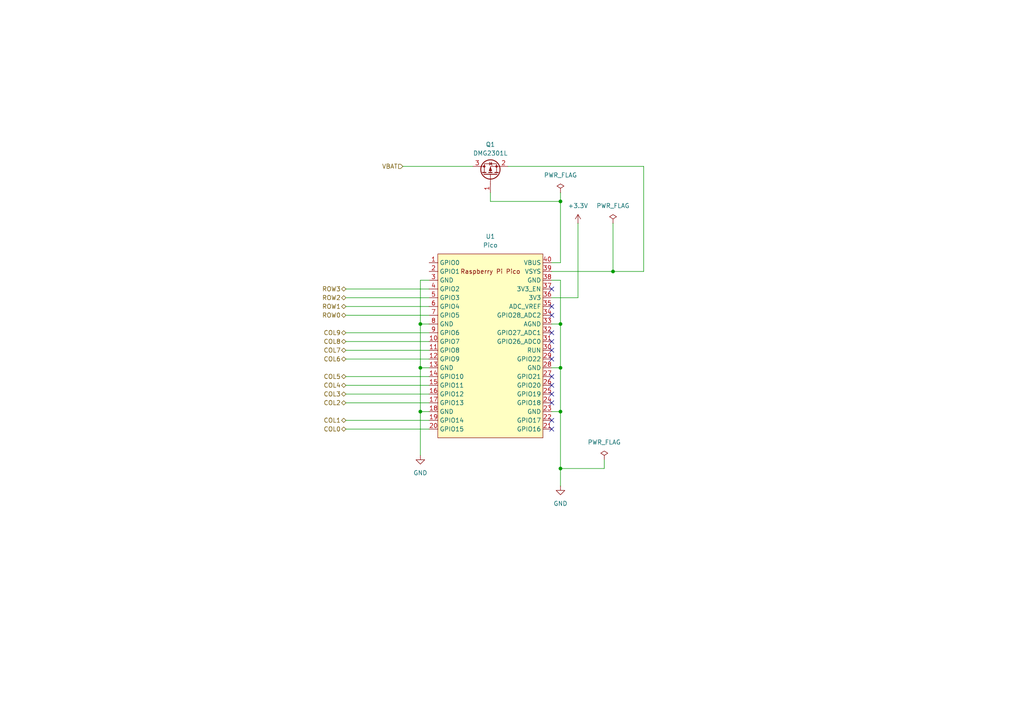
<source format=kicad_sch>
(kicad_sch (version 20250114) (generator "eeschema") (generator_version "9.0")
  (paper "A4")
  (lib_symbols
    (symbol "Transistor_FET:DMG2301L" (pin_names (hide yes))
      (property "Reference" "Q" (at 5.08 1.905 0))
      (property "Value" "DMG2301L" (at 5.08 0 0))
      (symbol "DMG2301L_0_1"
        (polyline (pts (xy 0.254 1.905) (xy 0.254 -1.905)) (stroke (width 0.254)))
        (polyline (pts (xy 0.254 0) (xy -2.54 0)))
        (polyline (pts (xy 0.762 2.286) (xy 0.762 1.27)) (stroke (width 0.254)))
        (polyline (pts (xy 0.762 1.778) (xy 3.302 1.778) (xy 3.302 -1.778) (xy 0.762 -1.778)))
        (polyline (pts (xy 0.762 0.508) (xy 0.762 -0.508)) (stroke (width 0.254)))
        (polyline (pts (xy 0.762 -1.27) (xy 0.762 -2.286)) (stroke (width 0.254)))
        (circle (center 1.651 0) (radius 2.794) (stroke (width 0.254)))
        (polyline (pts (xy 2.286 0) (xy 1.27 0.381) (xy 1.27 -0.381) (xy 2.286 0)) (fill (type outline)))
        (polyline (pts (xy 2.54 2.54) (xy 2.54 1.778)))
        (circle (center 2.54 1.778) (radius 0.254) (fill (type outline)))
        (circle (center 2.54 -1.778) (radius 0.254) (fill (type outline)))
        (polyline (pts (xy 2.54 -2.54) (xy 2.54 0) (xy 0.762 0)))
        (polyline (pts (xy 2.794 -0.508) (xy 2.921 -0.381) (xy 3.683 -0.381) (xy 3.81 -0.254)))
        (polyline (pts (xy 3.302 -0.381) (xy 2.921 0.254) (xy 3.683 0.254) (xy 3.302 -0.381)))
      )
      (symbol "DMG2301L_1_1"
        (pin input line (at -5.08 0 0) (length 2.54) (name "G") (number "1"))
        (pin passive line (at 2.54 5.08 270) (length 2.54) (name "D") (number "3"))
        (pin passive line (at 2.54 -5.08 90) (length 2.54) (name "S") (number "2"))
      )
    )
    (symbol "my_pico:my_pico_no_dbg"
      (property "Reference" "U" (at -13.97 27.94 0))
      (property "Value" "Pico" (at 0 19.05 0))
      (symbol "my_pico_no_dbg_0_0"
        (text "Raspberry Pi Pico" (at 0 21.59 0) (effects (font (size 1.27 1.27))))
      )
      (symbol "my_pico_no_dbg_0_1"
        (rectangle (start -15.24 26.67) (end 15.24 -26.67) (fill (type background)))
      )
      (symbol "my_pico_no_dbg_1_1"
        (pin bidirectional line (at -17.78 24.13 0) (length 2.54) (name "GPIO0") (number "1"))
        (pin bidirectional line (at -17.78 21.59 0) (length 2.54) (name "GPIO1") (number "2"))
        (pin power_in line (at -17.78 19.05 0) (length 2.54) (name "GND") (number "3"))
        (pin bidirectional line (at -17.78 16.51 0) (length 2.54) (name "GPIO2") (number "4"))
        (pin bidirectional line (at -17.78 13.97 0) (length 2.54) (name "GPIO3") (number "5"))
        (pin bidirectional line (at -17.78 11.43 0) (length 2.54) (name "GPIO4") (number "6"))
        (pin bidirectional line (at -17.78 8.89 0) (length 2.54) (name "GPIO5") (number "7"))
        (pin power_in line (at -17.78 6.35 0) (length 2.54) (name "GND") (number "8"))
        (pin bidirectional line (at -17.78 3.81 0) (length 2.54) (name "GPIO6") (number "9"))
        (pin bidirectional line (at -17.78 1.27 0) (length 2.54) (name "GPIO7") (number "10"))
        (pin bidirectional line (at -17.78 -1.27 0) (length 2.54) (name "GPIO8") (number "11"))
        (pin bidirectional line (at -17.78 -3.81 0) (length 2.54) (name "GPIO9") (number "12"))
        (pin power_in line (at -17.78 -6.35 0) (length 2.54) (name "GND") (number "13"))
        (pin bidirectional line (at -17.78 -8.89 0) (length 2.54) (name "GPIO10") (number "14"))
        (pin bidirectional line (at -17.78 -11.43 0) (length 2.54) (name "GPIO11") (number "15"))
        (pin bidirectional line (at -17.78 -13.97 0) (length 2.54) (name "GPIO12") (number "16"))
        (pin bidirectional line (at -17.78 -16.51 0) (length 2.54) (name "GPIO13") (number "17"))
        (pin power_in line (at -17.78 -19.05 0) (length 2.54) (name "GND") (number "18"))
        (pin bidirectional line (at -17.78 -21.59 0) (length 2.54) (name "GPIO14") (number "19"))
        (pin bidirectional line (at -17.78 -24.13 0) (length 2.54) (name "GPIO15") (number "20"))
        (pin power_in line (at 17.78 24.13 180) (length 2.54) (name "VBUS") (number "40"))
        (pin power_in line (at 17.78 21.59 180) (length 2.54) (name "VSYS") (number "39"))
        (pin power_in line (at 17.78 19.05 180) (length 2.54) (name "GND") (number "38"))
        (pin input line (at 17.78 16.51 180) (length 2.54) (name "3V3_EN") (number "37"))
        (pin power_out line (at 17.78 13.97 180) (length 2.54) (name "3V3") (number "36"))
        (pin power_in line (at 17.78 11.43 180) (length 2.54) (name "ADC_VREF") (number "35"))
        (pin bidirectional line (at 17.78 8.89 180) (length 2.54) (name "GPIO28_ADC2") (number "34"))
        (pin power_in line (at 17.78 6.35 180) (length 2.54) (name "AGND") (number "33"))
        (pin bidirectional line (at 17.78 3.81 180) (length 2.54) (name "GPIO27_ADC1") (number "32"))
        (pin bidirectional line (at 17.78 1.27 180) (length 2.54) (name "GPIO26_ADC0") (number "31"))
        (pin input line (at 17.78 -1.27 180) (length 2.54) (name "RUN") (number "30"))
        (pin bidirectional line (at 17.78 -3.81 180) (length 2.54) (name "GPIO22") (number "29"))
        (pin power_in line (at 17.78 -6.35 180) (length 2.54) (name "GND") (number "28"))
        (pin bidirectional line (at 17.78 -8.89 180) (length 2.54) (name "GPIO21") (number "27"))
        (pin bidirectional line (at 17.78 -11.43 180) (length 2.54) (name "GPIO20") (number "26"))
        (pin bidirectional line (at 17.78 -13.97 180) (length 2.54) (name "GPIO19") (number "25"))
        (pin bidirectional line (at 17.78 -16.51 180) (length 2.54) (name "GPIO18") (number "24"))
        (pin power_in line (at 17.78 -19.05 180) (length 2.54) (name "GND") (number "23"))
        (pin bidirectional line (at 17.78 -21.59 180) (length 2.54) (name "GPIO17") (number "22"))
        (pin bidirectional line (at 17.78 -24.13 180) (length 2.54) (name "GPIO16") (number "21"))
      )
    )
    (symbol "power:+3.3V" (power) (pin_numbers (hide yes)) (pin_names (offset 0) (hide yes))
      (property "Value" "+3.3V" (at 0 3.556 0))
      (symbol "+3.3V_0_1"
        (polyline (pts (xy -0.762 1.27) (xy 0 2.54)))
        (polyline (pts (xy 0 2.54) (xy 0.762 1.27)))
        (polyline (pts (xy 0 0) (xy 0 2.54)))
      )
      (symbol "+3.3V_1_1"
        (pin power_in line (at 0 0 90) (length 0) (name "~") (number "1"))
      )
    )
    (symbol "power:GND" (power) (pin_numbers (hide yes)) (pin_names (offset 0) (hide yes))
      (property "Value" "GND" (at 0 -3.81 0))
      (symbol "GND_0_1"
        (polyline (pts (xy 0 0) (xy 0 -1.27) (xy 1.27 -1.27) (xy 0 -2.54) (xy -1.27 -1.27) (xy 0 -1.27)))
      )
      (symbol "GND_1_1"
        (pin power_in line (at 0 0 270) (length 0) (name "~") (number "1"))
      )
    )
    (symbol "power:PWR_FLAG" (power) (pin_numbers (hide yes)) (pin_names (offset 0) (hide yes))
      (property "Value" "PWR_FLAG" (at 0 3.81 0))
      (symbol "PWR_FLAG_0_0"
        (pin power_out line (at 0 0 90) (length 0) (name "~") (number "1"))
      )
      (symbol "PWR_FLAG_0_1"
        (polyline (pts (xy 0 0) (xy 0 1.27) (xy -1.016 1.905) (xy 0 2.54) (xy 1.016 1.905) (xy 0 1.27)))
      )
    )
  )
  (junction (at 121.92 119.38))
  (junction (at 162.56 119.38))
  (junction (at 121.92 93.98))
  (junction (at 177.8 78.74))
  (junction (at 121.92 106.68))
  (junction (at 162.56 106.68))
  (junction (at 162.56 93.98))
  (junction (at 162.56 58.42))
  (junction (at 162.56 135.89))
  (no_connect (at 160.02 96.52))
  (no_connect (at 160.02 104.14))
  (no_connect (at 160.02 111.76))
  (no_connect (at 160.02 91.44))
  (no_connect (at 160.02 88.9))
  (no_connect (at 160.02 99.06))
  (no_connect (at 160.02 114.3))
  (no_connect (at 160.02 124.46))
  (no_connect (at 160.02 116.84))
  (no_connect (at 160.02 101.6))
  (no_connect (at 160.02 121.92))
  (no_connect (at 160.02 109.22))
  (no_connect (at 160.02 83.82))
  (wire (pts (xy 100.33 96.52) (xy 124.46 96.52)))
  (wire (pts (xy 162.56 81.28) (xy 162.56 93.98)))
  (wire (pts (xy 160.02 86.36) (xy 167.64 86.36)))
  (wire (pts (xy 121.92 119.38) (xy 124.46 119.38)))
  (wire (pts (xy 121.92 93.98) (xy 124.46 93.98)))
  (wire (pts (xy 162.56 119.38) (xy 162.56 135.89)))
  (wire (pts (xy 100.33 111.76) (xy 124.46 111.76)))
  (wire (pts (xy 100.33 88.9) (xy 124.46 88.9)))
  (wire (pts (xy 100.33 124.46) (xy 124.46 124.46)))
  (wire (pts (xy 177.8 64.77) (xy 177.8 78.74)))
  (wire (pts (xy 162.56 135.89) (xy 175.26 135.89)))
  (wire (pts (xy 147.32 48.26) (xy 186.69 48.26)))
  (wire (pts (xy 162.56 135.89) (xy 162.56 140.97)))
  (wire (pts (xy 100.33 109.22) (xy 124.46 109.22)))
  (wire (pts (xy 116.84 48.26) (xy 137.16 48.26)))
  (wire (pts (xy 160.02 81.28) (xy 162.56 81.28)))
  (wire (pts (xy 121.92 81.28) (xy 124.46 81.28)))
  (wire (pts (xy 121.92 106.68) (xy 121.92 119.38)))
  (wire (pts (xy 160.02 78.74) (xy 177.8 78.74)))
  (wire (pts (xy 177.8 78.74) (xy 186.69 78.74)))
  (wire (pts (xy 121.92 119.38) (xy 121.92 132.08)))
  (wire (pts (xy 100.33 104.14) (xy 124.46 104.14)))
  (wire (pts (xy 175.26 133.35) (xy 175.26 135.89)))
  (wire (pts (xy 100.33 91.44) (xy 124.46 91.44)))
  (wire (pts (xy 100.33 86.36) (xy 124.46 86.36)))
  (wire (pts (xy 142.24 58.42) (xy 142.24 55.88)))
  (wire (pts (xy 121.92 93.98) (xy 121.92 106.68)))
  (wire (pts (xy 100.33 99.06) (xy 124.46 99.06)))
  (wire (pts (xy 100.33 83.82) (xy 124.46 83.82)))
  (wire (pts (xy 162.56 93.98) (xy 162.56 106.68)))
  (wire (pts (xy 160.02 76.2) (xy 162.56 76.2)))
  (wire (pts (xy 121.92 106.68) (xy 124.46 106.68)))
  (wire (pts (xy 160.02 93.98) (xy 162.56 93.98)))
  (wire (pts (xy 160.02 106.68) (xy 162.56 106.68)))
  (wire (pts (xy 100.33 101.6) (xy 124.46 101.6)))
  (wire (pts (xy 162.56 55.88) (xy 162.56 58.42)))
  (wire (pts (xy 186.69 48.26) (xy 186.69 78.74)))
  (wire (pts (xy 162.56 58.42) (xy 142.24 58.42)))
  (wire (pts (xy 162.56 76.2) (xy 162.56 58.42)))
  (wire (pts (xy 162.56 106.68) (xy 162.56 119.38)))
  (wire (pts (xy 100.33 116.84) (xy 124.46 116.84)))
  (wire (pts (xy 100.33 114.3) (xy 124.46 114.3)))
  (wire (pts (xy 100.33 121.92) (xy 124.46 121.92)))
  (wire (pts (xy 160.02 119.38) (xy 162.56 119.38)))
  (wire (pts (xy 121.92 81.28) (xy 121.92 93.98)))
  (wire (pts (xy 167.64 64.77) (xy 167.64 86.36)))
  (hierarchical_label "COL2" (shape bidirectional) (at 100.33 116.84 180))
  (hierarchical_label "COL6" (shape bidirectional) (at 100.33 104.14 180))
  (hierarchical_label "COL8" (shape bidirectional) (at 100.33 99.06 180))
  (hierarchical_label "ROW2" (shape bidirectional) (at 100.33 86.36 180))
  (hierarchical_label "COL5" (shape bidirectional) (at 100.33 109.22 180))
  (hierarchical_label "COL3" (shape bidirectional) (at 100.33 114.3 180))
  (hierarchical_label "COL0" (shape bidirectional) (at 100.33 124.46 180))
  (hierarchical_label "COL9" (shape bidirectional) (at 100.33 96.52 180))
  (hierarchical_label "COL7" (shape bidirectional) (at 100.33 101.6 180))
  (hierarchical_label "COL1" (shape bidirectional) (at 100.33 121.92 180))
  (hierarchical_label "VBAT" (shape input) (at 116.84 48.26 180))
  (hierarchical_label "ROW3" (shape bidirectional) (at 100.33 83.82 180))
  (hierarchical_label "ROW1" (shape bidirectional) (at 100.33 88.9 180))
  (hierarchical_label "ROW0" (shape bidirectional) (at 100.33 91.44 180))
  (hierarchical_label "COL4" (shape bidirectional) (at 100.33 111.76 180))
  (symbol (lib_id "power:GND") (at 121.92 132.08 0) (unit 1)
    (property "Reference" "#PWR07" (effects (hide yes)))
    (property "Value" "GND" (at 121.92 137.16 0))
    (property "Description" "Power symbol creates a global label with name \"GND\" , ground" (effects (hide yes)))
  )
  (symbol (lib_id "power:GND") (at 162.56 140.97 0) (unit 1)
    (property "Reference" "#PWR09" (effects (hide yes)))
    (property "Value" "GND" (at 162.56 146.05 0))
    (property "Description" "Power symbol creates a global label with name \"GND\" , ground" (effects (hide yes)))
  )
  (symbol (lib_id "power:+3.3V") (at 167.64 64.77 0) (unit 1)
    (property "Reference" "#PWR05" (effects (hide yes)))
    (property "Value" "+3.3V" (at 167.64 59.69 0))
    (property "Description" "Power symbol creates a global label with name \"+3.3V\"" (effects (hide yes)))
  )
  (symbol (lib_id "my_pico:my_pico_no_dbg") (at 142.24 100.33 0) (unit 1)
    (property "Reference" "U1" (at 142.24 68.58 0))
    (property "Value" "Pico" (at 142.24 71.12 0))
    (property "Footprint" "my_pico:pico_no_dbg_smd_th_p0.85" (effects (hide yes)))
  )
  (symbol (lib_id "power:PWR_FLAG") (at 175.26 133.35 0) (unit 1)
    (property "Reference" "#FLG03" (effects (hide yes)))
    (property "Value" "PWR_FLAG" (at 175.26 128.27 0))
    (property "Description" "Special symbol for telling ERC where power comes from" (effects (hide yes)))
  )
  (symbol (lib_id "power:PWR_FLAG") (at 162.56 55.88 0) (unit 1)
    (property "Reference" "#FLG01" (effects (hide yes)))
    (property "Value" "PWR_FLAG" (at 162.56 50.8 0))
    (property "Description" "Special symbol for telling ERC where power comes from" (effects (hide yes)))
  )
  (symbol (lib_id "power:PWR_FLAG") (at 177.8 64.77 0) (unit 1)
    (property "Reference" "#FLG02" (effects (hide yes)))
    (property "Value" "PWR_FLAG" (at 177.8 59.69 0))
    (property "Description" "Special symbol for telling ERC where power comes from" (effects (hide yes)))
  )
  (symbol (lib_id "Transistor_FET:DMG2301L") (at 142.24 50.8 90) (unit 1)
    (property "Reference" "Q1" (at 142.24 41.91 90))
    (property "Value" "DMG2301L" (at 142.24 44.45 90))
    (property "Footprint" "Package_TO_SOT_SMD:SOT-23" (effects (hide yes)))
    (property "Datasheet" "https://www.diodes.com/assets/Datasheets/DMG2301L.pdf" (effects (hide yes)))
    (property "Description" "-3A Id, -20V Vds, P-Channel MOSFET, SOT-23" (effects (hide yes)))
  )
)
</source>
